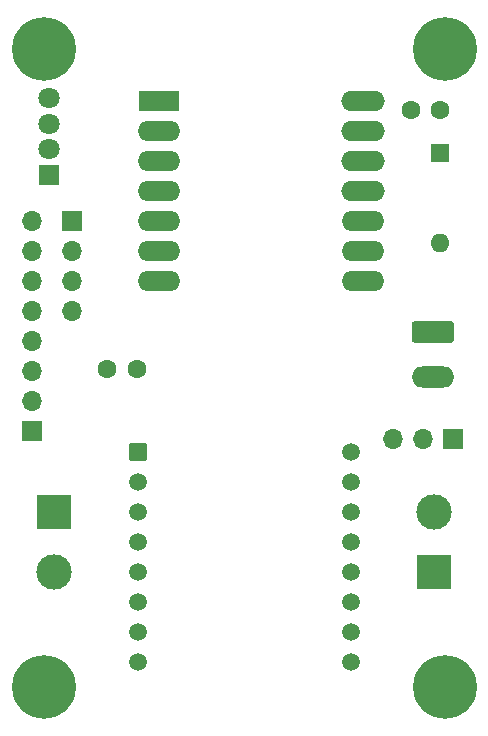
<source format=gbr>
%TF.GenerationSoftware,KiCad,Pcbnew,8.0.5*%
%TF.CreationDate,2024-10-01T15:35:57-03:00*%
%TF.ProjectId,hal9000mainboard,68616c39-3030-4306-9d61-696e626f6172,rev?*%
%TF.SameCoordinates,Original*%
%TF.FileFunction,Soldermask,Top*%
%TF.FilePolarity,Negative*%
%FSLAX46Y46*%
G04 Gerber Fmt 4.6, Leading zero omitted, Abs format (unit mm)*
G04 Created by KiCad (PCBNEW 8.0.5) date 2024-10-01 15:35:57*
%MOMM*%
%LPD*%
G01*
G04 APERTURE LIST*
G04 Aperture macros list*
%AMRoundRect*
0 Rectangle with rounded corners*
0 $1 Rounding radius*
0 $2 $3 $4 $5 $6 $7 $8 $9 X,Y pos of 4 corners*
0 Add a 4 corners polygon primitive as box body*
4,1,4,$2,$3,$4,$5,$6,$7,$8,$9,$2,$3,0*
0 Add four circle primitives for the rounded corners*
1,1,$1+$1,$2,$3*
1,1,$1+$1,$4,$5*
1,1,$1+$1,$6,$7*
1,1,$1+$1,$8,$9*
0 Add four rect primitives between the rounded corners*
20,1,$1+$1,$2,$3,$4,$5,0*
20,1,$1+$1,$4,$5,$6,$7,0*
20,1,$1+$1,$6,$7,$8,$9,0*
20,1,$1+$1,$8,$9,$2,$3,0*%
G04 Aperture macros list end*
%ADD10C,1.600000*%
%ADD11RoundRect,0.250000X-1.550000X0.650000X-1.550000X-0.650000X1.550000X-0.650000X1.550000X0.650000X0*%
%ADD12O,3.600000X1.800000*%
%ADD13R,3.500000X1.700000*%
%ADD14O,3.600000X1.700000*%
%ADD15O,3.700000X1.700000*%
%ADD16R,3.000000X3.000000*%
%ADD17C,3.000000*%
%ADD18C,5.400000*%
%ADD19R,1.600000X1.600000*%
%ADD20O,1.600000X1.600000*%
%ADD21C,1.512000*%
%ADD22RoundRect,0.102000X-0.654000X-0.654000X0.654000X-0.654000X0.654000X0.654000X-0.654000X0.654000X0*%
%ADD23R,1.800000X1.800000*%
%ADD24C,1.800000*%
%ADD25R,1.700000X1.700000*%
%ADD26O,1.700000X1.700000*%
G04 APERTURE END LIST*
D10*
%TO.C,C1*%
X34100000Y-8200000D03*
X36600000Y-8200000D03*
%TD*%
D11*
%TO.C,J1001*%
X36000000Y-27000000D03*
D12*
X36000000Y-30810000D03*
%TD*%
D13*
%TO.C,U1002*%
X12810000Y-7450000D03*
D14*
X12810000Y-9990000D03*
X12810000Y-12530000D03*
X12810000Y-15070000D03*
X12810000Y-17610000D03*
X12810000Y-20150000D03*
X12810000Y-22690000D03*
X30060000Y-22690000D03*
X30060000Y-20150000D03*
X30060000Y-17610000D03*
D15*
X30060000Y-15070000D03*
X30060000Y-12530000D03*
X30060000Y-9990000D03*
X30060000Y-7450000D03*
%TD*%
D16*
%TO.C,J1004*%
X3900000Y-42260000D03*
D17*
X3900000Y-47340000D03*
%TD*%
D18*
%TO.C,REF\u002A\u002A*%
X37000000Y-3000000D03*
%TD*%
D19*
%TO.C,D1001*%
X36600000Y-11800000D03*
D20*
X36600000Y-19420000D03*
%TD*%
D21*
%TO.C,U1001*%
X29017000Y-37110000D03*
X29017000Y-39650000D03*
X29017000Y-42190000D03*
X29017000Y-44730000D03*
X29017000Y-47270000D03*
X29017000Y-49810000D03*
X29017000Y-52350000D03*
X29017000Y-54890000D03*
X10983000Y-54890000D03*
X10983000Y-52350000D03*
X10983000Y-49810000D03*
X10983000Y-47270000D03*
X10983000Y-44730000D03*
X10983000Y-42190000D03*
X10983000Y-39650000D03*
D22*
X10983000Y-37110000D03*
%TD*%
D23*
%TO.C,D1003*%
X3440000Y-13680000D03*
D24*
X3440000Y-11521000D03*
X3440000Y-9362000D03*
X3440000Y-7203000D03*
%TD*%
D18*
%TO.C,REF\u002A\u002A*%
X3000000Y-3000000D03*
%TD*%
%TO.C,REF\u002A\u002A*%
X3000000Y-57000000D03*
%TD*%
D10*
%TO.C,C1001*%
X10900000Y-30100000D03*
X8400000Y-30100000D03*
%TD*%
D18*
%TO.C,REF\u002A\u002A*%
X37000000Y-57000000D03*
%TD*%
D16*
%TO.C,J1003*%
X36100000Y-47340000D03*
D17*
X36100000Y-42260000D03*
%TD*%
D25*
%TO.C,J1002*%
X5400000Y-17600000D03*
D26*
X5400000Y-20140000D03*
X5400000Y-22680000D03*
X5400000Y-25220000D03*
%TD*%
D25*
%TO.C,J1006*%
X2000000Y-35355000D03*
D26*
X2000000Y-32815000D03*
X2000000Y-30275000D03*
X2000000Y-27735000D03*
X2000000Y-25195000D03*
X2000000Y-22655000D03*
X2000000Y-20115000D03*
X2000000Y-17575000D03*
%TD*%
D25*
%TO.C,J1005*%
X37680000Y-36000000D03*
D26*
X35140000Y-36000000D03*
X32600000Y-36000000D03*
%TD*%
M02*

</source>
